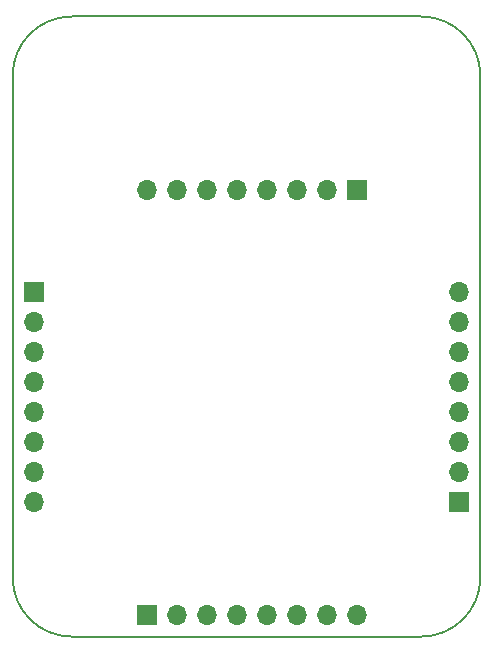
<source format=gbr>
G04 #@! TF.GenerationSoftware,KiCad,Pcbnew,5.1.4-e60b266~84~ubuntu19.04.1*
G04 #@! TF.CreationDate,2019-10-06T15:32:56+03:00*
G04 #@! TF.ProjectId,BRK-QFP-32-7x7-P0.8,42524b2d-5146-4502-9d33-322d3778372d,v1.0*
G04 #@! TF.SameCoordinates,Original*
G04 #@! TF.FileFunction,Soldermask,Bot*
G04 #@! TF.FilePolarity,Negative*
%FSLAX46Y46*%
G04 Gerber Fmt 4.6, Leading zero omitted, Abs format (unit mm)*
G04 Created by KiCad (PCBNEW 5.1.4-e60b266~84~ubuntu19.04.1) date 2019-10-06 15:32:56*
%MOMM*%
%LPD*%
G04 APERTURE LIST*
%ADD10C,0.150000*%
%ADD11O,1.700000X1.700000*%
%ADD12R,1.700000X1.700000*%
G04 APERTURE END LIST*
D10*
X73400000Y-30400000D02*
G75*
G02X78400000Y-35400000I0J-5000000D01*
G01*
X38800000Y-35400000D02*
G75*
G02X43800000Y-30400000I5000000J0D01*
G01*
X78400000Y-77900000D02*
G75*
G02X73400000Y-82900000I-5000000J0D01*
G01*
X43800000Y-82900000D02*
G75*
G02X38800000Y-77900000I0J5000000D01*
G01*
X73400000Y-82900000D02*
X43800000Y-82900000D01*
X78400000Y-35400000D02*
X78400000Y-77900000D01*
X43800000Y-30400000D02*
X73400000Y-30400000D01*
X38800000Y-77900000D02*
X38800000Y-35400000D01*
D11*
X50210000Y-45100000D03*
X52750000Y-45100000D03*
X55290000Y-45100000D03*
X57830000Y-45100000D03*
X60370000Y-45100000D03*
X62910000Y-45100000D03*
X65450000Y-45100000D03*
D12*
X67990000Y-45100000D03*
D11*
X76600000Y-53710000D03*
X76600000Y-56250000D03*
X76600000Y-58790000D03*
X76600000Y-61330000D03*
X76600000Y-63870000D03*
X76600000Y-66410000D03*
X76600000Y-68950000D03*
D12*
X76600000Y-71490000D03*
D11*
X67990000Y-81100000D03*
X65450000Y-81100000D03*
X62910000Y-81100000D03*
X60370000Y-81100000D03*
X57830000Y-81100000D03*
X55290000Y-81100000D03*
X52750000Y-81100000D03*
D12*
X50210000Y-81100000D03*
D11*
X40600000Y-71490000D03*
X40600000Y-68950000D03*
X40600000Y-66410000D03*
X40600000Y-63870000D03*
X40600000Y-61330000D03*
X40600000Y-58790000D03*
X40600000Y-56250000D03*
D12*
X40600000Y-53710000D03*
M02*

</source>
